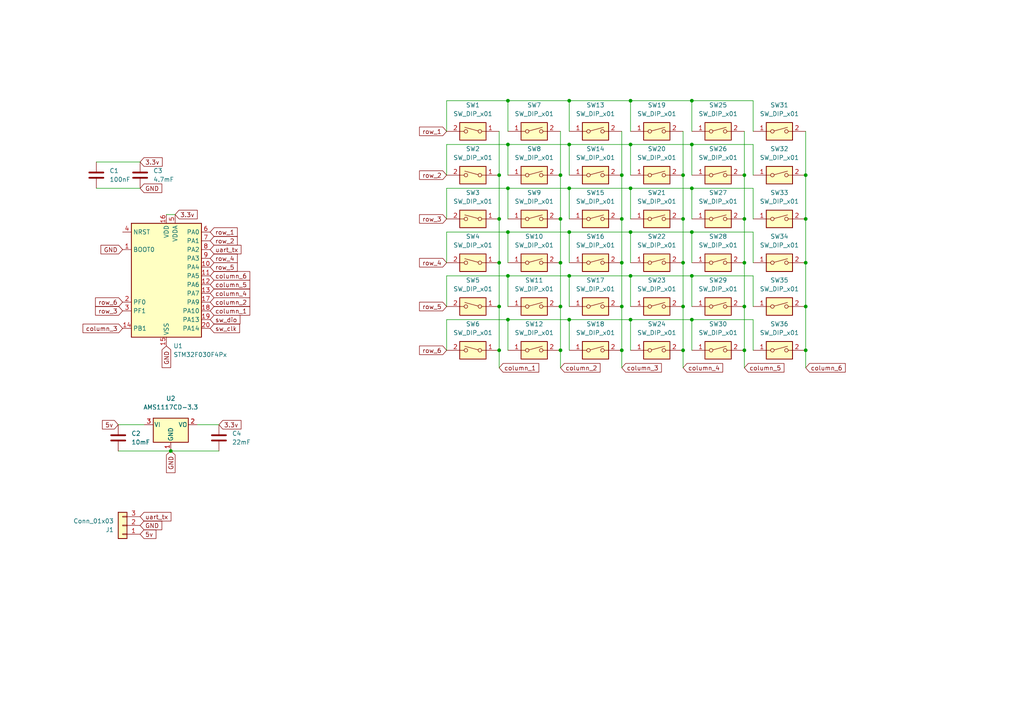
<source format=kicad_sch>
(kicad_sch (version 20211123) (generator eeschema)
  (paper "A4")
  (lib_symbols
    (symbol "Connector_Generic:Conn_01x03" (pin_names (offset 1.016) hide)
      (property "Reference" "J" (at 0 5.08 0))
      (property "Value" "Conn_01x03" (at 0 -5.08 0))
      (symbol "Conn_01x03_1_1"
        (rectangle (start -1.27 -2.413) (end 0 -2.667) (stroke (width 0.1524)))
        (rectangle (start -1.27 0.127) (end 0 -0.127) (stroke (width 0.1524)))
        (rectangle (start -1.27 2.667) (end 0 2.413) (stroke (width 0.1524)))
        (rectangle (start -1.27 3.81) (end 1.27 -3.81) (stroke (width 0.254)) (fill (type background)))
        (pin passive line (at -5.08 2.54 0) (length 3.81) (name "Pin_1") (number "1"))
        (pin passive line (at -5.08 0 0) (length 3.81) (name "Pin_2") (number "2"))
        (pin passive line (at -5.08 -2.54 0) (length 3.81) (name "Pin_3") (number "3"))
      )
    )
    (symbol "Device:C" (pin_numbers hide) (pin_names (offset 0.254))
      (property "Reference" "C" (at 0.635 2.54 0))
      (property "Value" "C" (at 0.635 -2.54 0))
      (symbol "C_0_1"
        (polyline (pts (xy -2.032 -0.762) (xy 2.032 -0.762)) (stroke (width 0.508)))
        (polyline (pts (xy -2.032 0.762) (xy 2.032 0.762)) (stroke (width 0.508)))
      )
      (symbol "C_1_1"
        (pin passive line (at 0 3.81 270) (length 2.794) (name "~") (number "1"))
        (pin passive line (at 0 -3.81 90) (length 2.794) (name "~") (number "2"))
      )
    )
    (symbol "MCU_ST_STM32F0:STM32F030F4Px"
      (property "Reference" "U" (at -10.16 16.51 0))
      (property "Value" "STM32F030F4Px" (at 5.08 16.51 0))
      (symbol "STM32F030F4Px_0_1"
        (rectangle (start -10.16 -17.78) (end 10.16 15.24) (stroke (width 0.254)) (fill (type background)))
      )
      (symbol "STM32F030F4Px_1_1"
        (pin input line (at -12.7 7.62 0) (length 2.54) (name "BOOT0") (number "1"))
        (pin bidirectional line (at 12.7 2.54 180) (length 2.54) (name "PA4") (number "10"))
        (pin bidirectional line (at 12.7 0 180) (length 2.54) (name "PA5") (number "11"))
        (pin bidirectional line (at 12.7 -2.54 180) (length 2.54) (name "PA6") (number "12"))
        (pin bidirectional line (at 12.7 -5.08 180) (length 2.54) (name "PA7") (number "13"))
        (pin bidirectional line (at -12.7 -15.24 0) (length 2.54) (name "PB1") (number "14"))
        (pin power_in line (at 0 -20.32 90) (length 2.54) (name "VSS") (number "15"))
        (pin power_in line (at 0 17.78 270) (length 2.54) (name "VDD") (number "16"))
        (pin bidirectional line (at 12.7 -7.62 180) (length 2.54) (name "PA9") (number "17"))
        (pin bidirectional line (at 12.7 -10.16 180) (length 2.54) (name "PA10") (number "18"))
        (pin bidirectional line (at 12.7 -12.7 180) (length 2.54) (name "PA13") (number "19"))
        (pin input line (at -12.7 -7.62 0) (length 2.54) (name "PF0") (number "2"))
        (pin bidirectional line (at 12.7 -15.24 180) (length 2.54) (name "PA14") (number "20"))
        (pin input line (at -12.7 -10.16 0) (length 2.54) (name "PF1") (number "3"))
        (pin input line (at -12.7 12.7 0) (length 2.54) (name "NRST") (number "4"))
        (pin power_in line (at 2.54 17.78 270) (length 2.54) (name "VDDA") (number "5"))
        (pin bidirectional line (at 12.7 12.7 180) (length 2.54) (name "PA0") (number "6"))
        (pin bidirectional line (at 12.7 10.16 180) (length 2.54) (name "PA1") (number "7"))
        (pin bidirectional line (at 12.7 7.62 180) (length 2.54) (name "PA2") (number "8"))
        (pin bidirectional line (at 12.7 5.08 180) (length 2.54) (name "PA3") (number "9"))
      )
    )
    (symbol "Regulator_Linear:AMS1117CD-3.3" (pin_names (offset 0.254))
      (property "Reference" "U" (at -3.81 3.175 0))
      (property "Value" "AMS1117CD-3.3" (at 0 3.175 0))
      (symbol "AMS1117CD-3.3_0_1"
        (rectangle (start -5.08 -5.08) (end 5.08 1.905) (stroke (width 0.254)) (fill (type background)))
      )
      (symbol "AMS1117CD-3.3_1_1"
        (pin power_in line (at 0 -7.62 90) (length 2.54) (name "GND") (number "1"))
        (pin power_out line (at 7.62 0 180) (length 2.54) (name "VO") (number "2"))
        (pin power_in line (at -7.62 0 0) (length 2.54) (name "VI") (number "3"))
      )
    )
    (symbol "Switch:SW_DIP_x01" (pin_names (offset 0) hide)
      (property "Reference" "SW" (at 0 3.81 0))
      (property "Value" "SW_DIP_x01" (at 0 -3.81 0))
      (symbol "SW_DIP_x01_0_0"
        (circle (center -2.032 0) (radius 0.508))
        (polyline (pts (xy -1.524 0.127) (xy 2.3622 1.1684)))
        (circle (center 2.032 0) (radius 0.508))
      )
      (symbol "SW_DIP_x01_0_1"
        (rectangle (start -3.81 2.54) (end 3.81 -2.54) (stroke (width 0.254)) (fill (type background)))
      )
      (symbol "SW_DIP_x01_1_1"
        (pin passive line (at -7.62 0 0) (length 5.08) (name "~") (number "1"))
        (pin passive line (at 7.62 0 180) (length 5.08) (name "~") (number "2"))
      )
    )
  )
  (junction (at 144.78 50.8))
  (junction (at 180.34 101.6))
  (junction (at 200.66 54.61))
  (junction (at 215.9 88.9))
  (junction (at 198.12 50.8))
  (junction (at 182.88 29.21))
  (junction (at 147.32 80.01))
  (junction (at 144.78 88.9))
  (junction (at 200.66 92.71))
  (junction (at 198.12 88.9))
  (junction (at 200.66 80.01))
  (junction (at 198.12 76.2))
  (junction (at 180.34 76.2))
  (junction (at 200.66 29.21))
  (junction (at 233.68 76.2))
  (junction (at 165.1 92.71))
  (junction (at 162.56 88.9))
  (junction (at 233.68 88.9))
  (junction (at 144.78 101.6))
  (junction (at 215.9 50.8))
  (junction (at 198.12 63.5))
  (junction (at 182.88 80.01))
  (junction (at 165.1 80.01))
  (junction (at 182.88 92.71))
  (junction (at 49.53 130.81))
  (junction (at 165.1 54.61))
  (junction (at 147.32 41.91))
  (junction (at 200.66 41.91))
  (junction (at 165.1 29.21))
  (junction (at 162.56 101.6))
  (junction (at 180.34 88.9))
  (junction (at 147.32 67.31))
  (junction (at 182.88 41.91))
  (junction (at 165.1 41.91))
  (junction (at 147.32 29.21))
  (junction (at 198.12 101.6))
  (junction (at 233.68 101.6))
  (junction (at 233.68 50.8))
  (junction (at 144.78 63.5))
  (junction (at 180.34 63.5))
  (junction (at 162.56 50.8))
  (junction (at 162.56 63.5))
  (junction (at 180.34 50.8))
  (junction (at 182.88 67.31))
  (junction (at 215.9 76.2))
  (junction (at 165.1 67.31))
  (junction (at 200.66 67.31))
  (junction (at 215.9 101.6))
  (junction (at 233.68 63.5))
  (junction (at 182.88 54.61))
  (junction (at 215.9 63.5))
  (junction (at 162.56 76.2))
  (junction (at 144.78 76.2))
  (junction (at 147.32 54.61))
  (junction (at 147.32 92.71))
  (wire (pts (xy 129.54 76.2) (xy 129.54 67.31)))
  (wire (pts (xy 165.1 29.21) (xy 182.88 29.21)))
  (wire (pts (xy 198.12 88.9) (xy 198.12 101.6)))
  (wire (pts (xy 233.68 50.8) (xy 233.68 63.5)))
  (wire (pts (xy 200.66 29.21) (xy 218.44 29.21)))
  (wire (pts (xy 63.5 123.19) (xy 57.15 123.19)))
  (wire (pts (xy 218.44 67.31) (xy 218.44 76.2)))
  (wire (pts (xy 162.56 101.6) (xy 162.56 106.68)))
  (wire (pts (xy 200.66 80.01) (xy 200.66 88.9)))
  (wire (pts (xy 165.1 54.61) (xy 182.88 54.61)))
  (wire (pts (xy 233.68 63.5) (xy 233.68 76.2)))
  (wire (pts (xy 200.66 67.31) (xy 218.44 67.31)))
  (wire (pts (xy 182.88 67.31) (xy 182.88 76.2)))
  (wire (pts (xy 165.1 67.31) (xy 165.1 76.2)))
  (wire (pts (xy 34.29 130.81) (xy 49.53 130.81)))
  (wire (pts (xy 198.12 38.1) (xy 198.12 50.8)))
  (wire (pts (xy 49.53 130.81) (xy 63.5 130.81)))
  (wire (pts (xy 165.1 41.91) (xy 182.88 41.91)))
  (wire (pts (xy 200.66 54.61) (xy 200.66 63.5)))
  (wire (pts (xy 233.68 88.9) (xy 233.68 101.6)))
  (wire (pts (xy 162.56 76.2) (xy 162.56 88.9)))
  (wire (pts (xy 162.56 38.1) (xy 162.56 50.8)))
  (wire (pts (xy 129.54 63.5) (xy 129.54 54.61)))
  (wire (pts (xy 200.66 80.01) (xy 218.44 80.01)))
  (wire (pts (xy 144.78 38.1) (xy 144.78 50.8)))
  (wire (pts (xy 182.88 41.91) (xy 182.88 50.8)))
  (wire (pts (xy 147.32 29.21) (xy 147.32 38.1)))
  (wire (pts (xy 144.78 63.5) (xy 144.78 76.2)))
  (wire (pts (xy 215.9 88.9) (xy 215.9 101.6)))
  (wire (pts (xy 215.9 101.6) (xy 215.9 106.68)))
  (wire (pts (xy 144.78 101.6) (xy 144.78 106.68)))
  (wire (pts (xy 233.68 38.1) (xy 233.68 50.8)))
  (wire (pts (xy 165.1 29.21) (xy 165.1 38.1)))
  (wire (pts (xy 129.54 38.1) (xy 129.54 29.21)))
  (wire (pts (xy 129.54 80.01) (xy 147.32 80.01)))
  (wire (pts (xy 182.88 67.31) (xy 200.66 67.31)))
  (wire (pts (xy 218.44 54.61) (xy 218.44 63.5)))
  (wire (pts (xy 129.54 88.9) (xy 129.54 80.01)))
  (wire (pts (xy 27.94 54.61) (xy 40.64 54.61)))
  (wire (pts (xy 215.9 38.1) (xy 215.9 50.8)))
  (wire (pts (xy 129.54 50.8) (xy 129.54 41.91)))
  (wire (pts (xy 48.26 62.23) (xy 50.8 62.23)))
  (wire (pts (xy 165.1 80.01) (xy 165.1 88.9)))
  (wire (pts (xy 147.32 54.61) (xy 165.1 54.61)))
  (wire (pts (xy 144.78 88.9) (xy 144.78 101.6)))
  (wire (pts (xy 198.12 63.5) (xy 198.12 76.2)))
  (wire (pts (xy 34.29 123.19) (xy 41.91 123.19)))
  (wire (pts (xy 147.32 92.71) (xy 147.32 101.6)))
  (wire (pts (xy 182.88 54.61) (xy 182.88 63.5)))
  (wire (pts (xy 129.54 29.21) (xy 147.32 29.21)))
  (wire (pts (xy 147.32 41.91) (xy 165.1 41.91)))
  (wire (pts (xy 200.66 41.91) (xy 218.44 41.91)))
  (wire (pts (xy 200.66 54.61) (xy 218.44 54.61)))
  (wire (pts (xy 180.34 76.2) (xy 180.34 88.9)))
  (wire (pts (xy 180.34 63.5) (xy 180.34 76.2)))
  (wire (pts (xy 129.54 41.91) (xy 147.32 41.91)))
  (wire (pts (xy 180.34 50.8) (xy 180.34 63.5)))
  (wire (pts (xy 147.32 80.01) (xy 165.1 80.01)))
  (wire (pts (xy 182.88 41.91) (xy 200.66 41.91)))
  (wire (pts (xy 233.68 76.2) (xy 233.68 88.9)))
  (wire (pts (xy 200.66 67.31) (xy 200.66 76.2)))
  (wire (pts (xy 215.9 63.5) (xy 215.9 76.2)))
  (wire (pts (xy 144.78 50.8) (xy 144.78 63.5)))
  (wire (pts (xy 182.88 29.21) (xy 182.88 38.1)))
  (wire (pts (xy 200.66 29.21) (xy 200.66 38.1)))
  (wire (pts (xy 165.1 92.71) (xy 182.88 92.71)))
  (wire (pts (xy 162.56 50.8) (xy 162.56 63.5)))
  (wire (pts (xy 165.1 67.31) (xy 182.88 67.31)))
  (wire (pts (xy 147.32 29.21) (xy 165.1 29.21)))
  (wire (pts (xy 147.32 67.31) (xy 165.1 67.31)))
  (wire (pts (xy 215.9 50.8) (xy 215.9 63.5)))
  (wire (pts (xy 198.12 76.2) (xy 198.12 88.9)))
  (wire (pts (xy 218.44 80.01) (xy 218.44 88.9)))
  (wire (pts (xy 233.68 101.6) (xy 233.68 106.68)))
  (wire (pts (xy 218.44 41.91) (xy 218.44 50.8)))
  (wire (pts (xy 182.88 29.21) (xy 200.66 29.21)))
  (wire (pts (xy 200.66 41.91) (xy 200.66 50.8)))
  (wire (pts (xy 165.1 54.61) (xy 165.1 63.5)))
  (wire (pts (xy 162.56 63.5) (xy 162.56 76.2)))
  (wire (pts (xy 129.54 101.6) (xy 129.54 92.71)))
  (wire (pts (xy 198.12 50.8) (xy 198.12 63.5)))
  (wire (pts (xy 182.88 92.71) (xy 182.88 101.6)))
  (wire (pts (xy 147.32 92.71) (xy 165.1 92.71)))
  (wire (pts (xy 129.54 54.61) (xy 147.32 54.61)))
  (wire (pts (xy 180.34 38.1) (xy 180.34 50.8)))
  (wire (pts (xy 218.44 92.71) (xy 218.44 101.6)))
  (wire (pts (xy 182.88 80.01) (xy 200.66 80.01)))
  (wire (pts (xy 165.1 80.01) (xy 182.88 80.01)))
  (wire (pts (xy 180.34 88.9) (xy 180.34 101.6)))
  (wire (pts (xy 144.78 76.2) (xy 144.78 88.9)))
  (wire (pts (xy 147.32 41.91) (xy 147.32 50.8)))
  (wire (pts (xy 182.88 80.01) (xy 182.88 88.9)))
  (wire (pts (xy 198.12 101.6) (xy 198.12 106.68)))
  (wire (pts (xy 165.1 92.71) (xy 165.1 101.6)))
  (wire (pts (xy 182.88 92.71) (xy 200.66 92.71)))
  (wire (pts (xy 200.66 92.71) (xy 200.66 101.6)))
  (wire (pts (xy 218.44 29.21) (xy 218.44 38.1)))
  (wire (pts (xy 27.94 46.99) (xy 40.64 46.99)))
  (wire (pts (xy 180.34 101.6) (xy 180.34 106.68)))
  (wire (pts (xy 165.1 41.91) (xy 165.1 50.8)))
  (wire (pts (xy 129.54 67.31) (xy 147.32 67.31)))
  (wire (pts (xy 147.32 67.31) (xy 147.32 76.2)))
  (wire (pts (xy 215.9 76.2) (xy 215.9 88.9)))
  (wire (pts (xy 129.54 92.71) (xy 147.32 92.71)))
  (wire (pts (xy 147.32 54.61) (xy 147.32 63.5)))
  (wire (pts (xy 147.32 80.01) (xy 147.32 88.9)))
  (wire (pts (xy 162.56 88.9) (xy 162.56 101.6)))
  (wire (pts (xy 200.66 92.71) (xy 218.44 92.71)))
  (wire (pts (xy 182.88 54.61) (xy 200.66 54.61)))
  (global_label "column_4" (shape input) (at 60.96 85.09 0) (property "Обозначения листов" "${INTERSHEET_REFS}" (effects hide)))
  (global_label "sw_clk" (shape input) (at 60.96 95.25 0) (property "Обозначения листов" "${INTERSHEET_REFS}" (effects hide)))
  (global_label "row_6" (shape input) (at 129.54 101.6 180) (property "Обозначения листов" "${INTERSHEET_REFS}" (effects hide)))
  (global_label "sw_dio" (shape input) (at 60.96 92.71 0) (property "Обозначения листов" "${INTERSHEET_REFS}" (effects hide)))
  (global_label "row_4" (shape input) (at 60.96 74.93 0) (property "Обозначения листов" "${INTERSHEET_REFS}" (effects hide)))
  (global_label "row_3" (shape input) (at 35.56 90.17 180) (property "Обозначения листов" "${INTERSHEET_REFS}" (effects hide)))
  (global_label "column_2" (shape input) (at 60.96 87.63 0) (property "Обозначения листов" "${INTERSHEET_REFS}" (effects hide)))
  (global_label "column_6" (shape input) (at 60.96 80.01 0) (property "Обозначения листов" "${INTERSHEET_REFS}" (effects hide)))
  (global_label "row_2" (shape input) (at 60.96 69.85 0) (property "Обозначения листов" "${INTERSHEET_REFS}" (effects hide)))
  (global_label "GND" (shape input) (at 40.64 152.4 0) (property "Обозначения листов" "${INTERSHEET_REFS}" (effects hide)))
  (global_label "column_1" (shape input) (at 144.78 106.68 0) (property "Обозначения листов" "${INTERSHEET_REFS}" (effects hide)))
  (global_label "3.3v" (shape input) (at 63.5 123.19 0) (property "Обозначения листов" "${INTERSHEET_REFS}" (effects hide)))
  (global_label "column_5" (shape input) (at 215.9 106.68 0) (property "Обозначения листов" "${INTERSHEET_REFS}" (effects hide)))
  (global_label "3.3v" (shape input) (at 50.8 62.23 0) (property "Обозначения листов" "${INTERSHEET_REFS}" (effects hide)))
  (global_label "column_4" (shape input) (at 198.12 106.68 0) (property "Обозначения листов" "${INTERSHEET_REFS}" (effects hide)))
  (global_label "uart_tx" (shape input) (at 60.96 72.39 0) (property "Обозначения листов" "${INTERSHEET_REFS}" (effects hide)))
  (global_label "column_3" (shape input) (at 35.56 95.25 180) (property "Обозначения листов" "${INTERSHEET_REFS}" (effects hide)))
  (global_label "row_1" (shape input) (at 60.96 67.31 0) (property "Обозначения листов" "${INTERSHEET_REFS}" (effects hide)))
  (global_label "uart_tx" (shape input) (at 40.64 149.86 0) (property "Обозначения листов" "${INTERSHEET_REFS}" (effects hide)))
  (global_label "row_2" (shape input) (at 129.54 50.8 180) (property "Обозначения листов" "${INTERSHEET_REFS}" (effects hide)))
  (global_label "3.3v" (shape input) (at 40.64 46.99 0) (property "Обозначения листов" "${INTERSHEET_REFS}" (effects hide)))
  (global_label "GND" (shape input) (at 40.64 54.61 0) (property "Обозначения листов" "${INTERSHEET_REFS}" (effects hide)))
  (global_label "row_1" (shape input) (at 129.54 38.1 180) (property "Обозначения листов" "${INTERSHEET_REFS}" (effects hide)))
  (global_label "row_6" (shape input) (at 35.56 87.63 180) (property "Обозначения листов" "${INTERSHEET_REFS}" (effects hide)))
  (global_label "column_2" (shape input) (at 162.56 106.68 0) (property "Обозначения листов" "${INTERSHEET_REFS}" (effects hide)))
  (global_label "5v" (shape input) (at 34.29 123.19 180) (property "Обозначения листов" "${INTERSHEET_REFS}" (effects hide)))
  (global_label "GND" (shape input) (at 35.56 72.39 180) (property "Обозначения листов" "${INTERSHEET_REFS}" (effects hide)))
  (global_label "row_3" (shape input) (at 129.54 63.5 180) (property "Обозначения листов" "${INTERSHEET_REFS}" (effects hide)))
  (global_label "row_5" (shape input) (at 60.96 77.47 0) (property "Обозначения листов" "${INTERSHEET_REFS}" (effects hide)))
  (global_label "GND" (shape input) (at 48.26 100.33 270) (property "Обозначения листов" "${INTERSHEET_REFS}" (effects hide)))
  (global_label "5v" (shape input) (at 40.64 154.94 0) (property "Обозначения листов" "${INTERSHEET_REFS}" (effects hide)))
  (global_label "column_5" (shape input) (at 60.96 82.55 0) (property "Обозначения листов" "${INTERSHEET_REFS}" (effects hide)))
  (global_label "column_3" (shape input) (at 180.34 106.68 0) (property "Обозначения листов" "${INTERSHEET_REFS}" (effects hide)))
  (global_label "GND" (shape input) (at 49.53 130.81 270) (property "Обозначения листов" "${INTERSHEET_REFS}" (effects hide)))
  (global_label "row_5" (shape input) (at 129.54 88.9 180) (property "Обозначения листов" "${INTERSHEET_REFS}" (effects hide)))
  (global_label "column_1" (shape input) (at 60.96 90.17 0) (property "Обозначения листов" "${INTERSHEET_REFS}" (effects hide)))
  (global_label "row_4" (shape input) (at 129.54 76.2 180) (property "Обозначения листов" "${INTERSHEET_REFS}" (effects hide)))
  (global_label "column_6" (shape input) (at 233.68 106.68 0) (property "Обозначения листов" "${INTERSHEET_REFS}" (effects hide)))
  (symbol (lib_id "Switch:SW_DIP_x01") (at 190.5 50.8 0) (unit 1)
    (property "Reference" "SW20" (at 190.5 43.18 0))
    (property "Value" "SW_DIP_x01" (at 190.5 45.72 0))
    (property "Footprint" "my_lib:btn_8x8" (effects hide))
  )
  (symbol (lib_id "Switch:SW_DIP_x01") (at 190.5 101.6 0) (unit 1)
    (property "Reference" "SW24" (at 190.5 93.98 0))
    (property "Value" "SW_DIP_x01" (at 190.5 96.52 0))
    (property "Footprint" "my_lib:btn_8x8" (effects hide))
  )
  (symbol (lib_id "Switch:SW_DIP_x01") (at 172.72 63.5 0) (unit 1)
    (property "Reference" "SW15" (at 172.72 55.88 0))
    (property "Value" "SW_DIP_x01" (at 172.72 58.42 0))
    (property "Footprint" "my_lib:btn_8x8" (effects hide))
  )
  (symbol (lib_id "Switch:SW_DIP_x01") (at 154.94 50.8 0) (unit 1)
    (property "Reference" "SW8" (at 154.94 43.18 0))
    (property "Value" "SW_DIP_x01" (at 154.94 45.72 0))
    (property "Footprint" "my_lib:btn_8x8" (effects hide))
  )
  (symbol (lib_id "Switch:SW_DIP_x01") (at 208.28 38.1 0) (unit 1)
    (property "Reference" "SW25" (at 208.28 30.48 0))
    (property "Value" "SW_DIP_x01" (at 208.28 33.02 0))
    (property "Footprint" "my_lib:btn_8x8" (effects hide))
  )
  (symbol (lib_id "Connector_Generic:Conn_01x03") (at 35.56 152.4 180) (unit 1)
    (property "Reference" "J1" (at 33.02 153.6701 0) (effects (justify left)))
    (property "Value" "Conn_01x03" (at 33.02 151.1301 0) (effects (justify left)))
    (property "Footprint" "Connector_PinSocket_2.54mm:PinSocket_1x03_P2.54mm_Vertical" (effects hide))
  )
  (symbol (lib_id "Switch:SW_DIP_x01") (at 226.06 101.6 0) (unit 1)
    (property "Reference" "SW36" (at 226.06 93.98 0))
    (property "Value" "SW_DIP_x01" (at 226.06 96.52 0))
    (property "Footprint" "my_lib:btn_8x8" (effects hide))
  )
  (symbol (lib_id "Switch:SW_DIP_x01") (at 154.94 76.2 0) (unit 1)
    (property "Reference" "SW10" (at 154.94 68.58 0))
    (property "Value" "SW_DIP_x01" (at 154.94 71.12 0))
    (property "Footprint" "my_lib:btn_8x8" (effects hide))
  )
  (symbol (lib_id "Switch:SW_DIP_x01") (at 172.72 76.2 0) (unit 1)
    (property "Reference" "SW16" (at 172.72 68.58 0))
    (property "Value" "SW_DIP_x01" (at 172.72 71.12 0))
    (property "Footprint" "my_lib:btn_8x8" (effects hide))
  )
  (symbol (lib_id "Switch:SW_DIP_x01") (at 137.16 101.6 0) (mirror y) (unit 1)
    (property "Reference" "SW6" (at 137.16 93.98 0))
    (property "Value" "SW_DIP_x01" (at 137.16 96.52 0))
    (property "Footprint" "my_lib:btn_8x8" (effects hide))
  )
  (symbol (lib_id "Switch:SW_DIP_x01") (at 137.16 38.1 0) (mirror y) (unit 1)
    (property "Reference" "SW1" (at 137.16 30.48 0))
    (property "Value" "SW_DIP_x01" (at 137.16 33.02 0))
    (property "Footprint" "my_lib:btn_8x8" (effects hide))
  )
  (symbol (lib_id "Switch:SW_DIP_x01") (at 190.5 38.1 0) (unit 1)
    (property "Reference" "SW19" (at 190.5 30.48 0))
    (property "Value" "SW_DIP_x01" (at 190.5 33.02 0))
    (property "Footprint" "my_lib:btn_8x8" (effects hide))
  )
  (symbol (lib_id "Switch:SW_DIP_x01") (at 190.5 88.9 0) (unit 1)
    (property "Reference" "SW23" (at 190.5 81.28 0))
    (property "Value" "SW_DIP_x01" (at 190.5 83.82 0))
    (property "Footprint" "my_lib:btn_8x8" (effects hide))
  )
  (symbol (lib_id "Switch:SW_DIP_x01") (at 154.94 38.1 0) (unit 1)
    (property "Reference" "SW7" (at 154.94 30.48 0))
    (property "Value" "SW_DIP_x01" (at 154.94 33.02 0))
    (property "Footprint" "my_lib:btn_8x8" (effects hide))
  )
  (symbol (lib_id "Switch:SW_DIP_x01") (at 190.5 63.5 0) (unit 1)
    (property "Reference" "SW21" (at 190.5 55.88 0))
    (property "Value" "SW_DIP_x01" (at 190.5 58.42 0))
    (property "Footprint" "my_lib:btn_8x8" (effects hide))
  )
  (symbol (lib_id "Device:C") (at 27.94 50.8 0) (unit 1)
    (property "Reference" "C1" (at 31.75 49.5299 0) (effects (justify left)))
    (property "Value" "100nF" (at 31.75 52.0699 0) (effects (justify left)))
    (property "Footprint" "Capacitor_SMD:C_0805_2012Metric_Pad1.18x1.45mm_HandSolder" (effects hide))
  )
  (symbol (lib_id "Switch:SW_DIP_x01") (at 226.06 63.5 0) (unit 1)
    (property "Reference" "SW33" (at 226.06 55.88 0))
    (property "Value" "SW_DIP_x01" (at 226.06 58.42 0))
    (property "Footprint" "my_lib:btn_8x8" (effects hide))
  )
  (symbol (lib_id "Regulator_Linear:AMS1117CD-3.3") (at 49.53 123.19 0) (unit 1)
    (property "Reference" "U2" (at 49.53 115.57 0))
    (property "Value" "AMS1117CD-3.3" (at 49.53 118.11 0))
    (property "Footprint" "Package_TO_SOT_SMD:TO-252-3_TabPin2" (effects hide))
    (property "Datasheet" "http://www.advanced-monolithic.com/pdf/ds1117.pdf" (effects hide))
  )
  (symbol (lib_id "Device:C") (at 40.64 50.8 0) (unit 1)
    (property "Reference" "C3" (at 44.45 49.5299 0) (effects (justify left)))
    (property "Value" "4.7mF" (at 44.45 52.0699 0) (effects (justify left)))
    (property "Footprint" "Capacitor_SMD:C_0805_2012Metric_Pad1.18x1.45mm_HandSolder" (effects hide))
  )
  (symbol (lib_id "Switch:SW_DIP_x01") (at 137.16 50.8 0) (mirror y) (unit 1)
    (property "Reference" "SW2" (at 137.16 43.18 0))
    (property "Value" "SW_DIP_x01" (at 137.16 45.72 0))
    (property "Footprint" "my_lib:btn_8x8" (effects hide))
  )
  (symbol (lib_id "Switch:SW_DIP_x01") (at 226.06 50.8 0) (unit 1)
    (property "Reference" "SW32" (at 226.06 43.18 0))
    (property "Value" "SW_DIP_x01" (at 226.06 45.72 0))
    (property "Footprint" "my_lib:btn_8x8" (effects hide))
  )
  (symbol (lib_id "Switch:SW_DIP_x01") (at 226.06 38.1 0) (unit 1)
    (property "Reference" "SW31" (at 226.06 30.48 0))
    (property "Value" "SW_DIP_x01" (at 226.06 33.02 0))
    (property "Footprint" "my_lib:btn_8x8" (effects hide))
  )
  (symbol (lib_id "Switch:SW_DIP_x01") (at 172.72 88.9 0) (unit 1)
    (property "Reference" "SW17" (at 172.72 81.28 0))
    (property "Value" "SW_DIP_x01" (at 172.72 83.82 0))
    (property "Footprint" "my_lib:btn_8x8" (effects hide))
  )
  (symbol (lib_id "Switch:SW_DIP_x01") (at 154.94 88.9 0) (unit 1)
    (property "Reference" "SW11" (at 154.94 81.28 0))
    (property "Value" "SW_DIP_x01" (at 154.94 83.82 0))
    (property "Footprint" "my_lib:btn_8x8" (effects hide))
  )
  (symbol (lib_id "Switch:SW_DIP_x01") (at 137.16 88.9 0) (mirror y) (unit 1)
    (property "Reference" "SW5" (at 137.16 81.28 0))
    (property "Value" "SW_DIP_x01" (at 137.16 83.82 0))
    (property "Footprint" "my_lib:btn_8x8" (effects hide))
  )
  (symbol (lib_id "Switch:SW_DIP_x01") (at 208.28 63.5 0) (unit 1)
    (property "Reference" "SW27" (at 208.28 55.88 0))
    (property "Value" "SW_DIP_x01" (at 208.28 58.42 0))
    (property "Footprint" "my_lib:btn_8x8" (effects hide))
  )
  (symbol (lib_id "Switch:SW_DIP_x01") (at 208.28 88.9 0) (unit 1)
    (property "Reference" "SW29" (at 208.28 81.28 0))
    (property "Value" "SW_DIP_x01" (at 208.28 83.82 0))
    (property "Footprint" "my_lib:btn_8x8" (effects hide))
  )
  (symbol (lib_id "Device:C") (at 63.5 127 0) (unit 1)
    (property "Reference" "C4" (at 67.31 125.7299 0) (effects (justify left)))
    (property "Value" "22mF" (at 67.31 128.2699 0) (effects (justify left)))
    (property "Footprint" "Capacitor_SMD:C_0805_2012Metric_Pad1.18x1.45mm_HandSolder" (effects hide))
  )
  (symbol (lib_id "Switch:SW_DIP_x01") (at 208.28 101.6 0) (unit 1)
    (property "Reference" "SW30" (at 208.28 93.98 0))
    (property "Value" "SW_DIP_x01" (at 208.28 96.52 0))
    (property "Footprint" "my_lib:btn_8x8" (effects hide))
  )
  (symbol (lib_id "Switch:SW_DIP_x01") (at 172.72 101.6 0) (unit 1)
    (property "Reference" "SW18" (at 172.72 93.98 0))
    (property "Value" "SW_DIP_x01" (at 172.72 96.52 0))
    (property "Footprint" "my_lib:btn_8x8" (effects hide))
  )
  (symbol (lib_id "Switch:SW_DIP_x01") (at 226.06 76.2 0) (unit 1)
    (property "Reference" "SW34" (at 226.06 68.58 0))
    (property "Value" "SW_DIP_x01" (at 226.06 71.12 0))
    (property "Footprint" "my_lib:btn_8x8" (effects hide))
  )
  (symbol (lib_id "Switch:SW_DIP_x01") (at 226.06 88.9 0) (unit 1)
    (property "Reference" "SW35" (at 226.06 81.28 0))
    (property "Value" "SW_DIP_x01" (at 226.06 83.82 0))
    (property "Footprint" "my_lib:btn_8x8" (effects hide))
  )
  (symbol (lib_id "Switch:SW_DIP_x01") (at 154.94 101.6 0) (unit 1)
    (property "Reference" "SW12" (at 154.94 93.98 0))
    (property "Value" "SW_DIP_x01" (at 154.94 96.52 0))
    (property "Footprint" "my_lib:btn_8x8" (effects hide))
  )
  (symbol (lib_id "Switch:SW_DIP_x01") (at 172.72 38.1 0) (unit 1)
    (property "Reference" "SW13" (at 172.72 30.48 0))
    (property "Value" "SW_DIP_x01" (at 172.72 33.02 0))
    (property "Footprint" "my_lib:btn_8x8" (effects hide))
  )
  (symbol (lib_id "Switch:SW_DIP_x01") (at 137.16 63.5 0) (mirror y) (unit 1)
    (property "Reference" "SW3" (at 137.16 55.88 0))
    (property "Value" "SW_DIP_x01" (at 137.16 58.42 0))
    (property "Footprint" "my_lib:btn_8x8" (effects hide))
  )
  (symbol (lib_id "Switch:SW_DIP_x01") (at 154.94 63.5 0) (unit 1)
    (property "Reference" "SW9" (at 154.94 55.88 0))
    (property "Value" "SW_DIP_x01" (at 154.94 58.42 0))
    (property "Footprint" "my_lib:btn_8x8" (effects hide))
  )
  (symbol (lib_id "Switch:SW_DIP_x01") (at 208.28 50.8 0) (unit 1)
    (property "Reference" "SW26" (at 208.28 43.18 0))
    (property "Value" "SW_DIP_x01" (at 208.28 45.72 0))
    (property "Footprint" "my_lib:btn_8x8" (effects hide))
  )
  (symbol (lib_id "MCU_ST_STM32F0:STM32F030F4Px") (at 48.26 80.01 0) (unit 1)
    (property "Reference" "U1" (at 50.2794 100.33 0) (effects (justify left)))
    (property "Value" "STM32F030F4Px" (at 50.2794 102.87 0) (effects (justify left)))
    (property "Footprint" "Package_SO:TSSOP-20_4.4x6.5mm_P0.65mm" (effects hide))
    (property "Datasheet" "http://www.st.com/st-web-ui/static/active/en/resource/technical/document/datasheet/DM00088500.pdf" (effects hide))
  )
  (symbol (lib_id "Switch:SW_DIP_x01") (at 190.5 76.2 0) (unit 1)
    (property "Reference" "SW22" (at 190.5 68.58 0))
    (property "Value" "SW_DIP_x01" (at 190.5 71.12 0))
    (property "Footprint" "my_lib:btn_8x8" (effects hide))
  )
  (symbol (lib_id "Device:C") (at 34.29 127 0) (unit 1)
    (property "Reference" "C2" (at 38.1 125.7299 0) (effects (justify left)))
    (property "Value" "10mF" (at 38.1 128.2699 0) (effects (justify left)))
    (property "Footprint" "Capacitor_SMD:C_0805_2012Metric_Pad1.18x1.45mm_HandSolder" (effects hide))
  )
  (symbol (lib_id "Switch:SW_DIP_x01") (at 208.28 76.2 0) (unit 1)
    (property "Reference" "SW28" (at 208.28 68.58 0))
    (property "Value" "SW_DIP_x01" (at 208.28 71.12 0))
    (property "Footprint" "my_lib:btn_8x8" (effects hide))
  )
  (symbol (lib_id "Switch:SW_DIP_x01") (at 172.72 50.8 0) (unit 1)
    (property "Reference" "SW14" (at 172.72 43.18 0))
    (property "Value" "SW_DIP_x01" (at 172.72 45.72 0))
    (property "Footprint" "my_lib:btn_8x8" (effects hide))
  )
  (symbol (lib_id "Switch:SW_DIP_x01") (at 137.16 76.2 0) (mirror y) (unit 1)
    (property "Reference" "SW4" (at 137.16 68.58 0))
    (property "Value" "SW_DIP_x01" (at 137.16 71.12 0))
    (property "Footprint" "my_lib:btn_8x8" (effects hide))
  )
)
</source>
